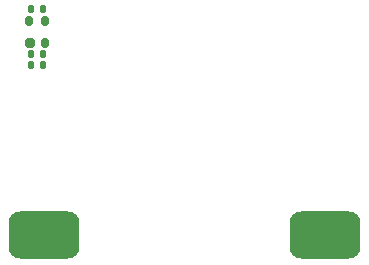
<source format=gbr>
%TF.GenerationSoftware,KiCad,Pcbnew,(5.99.0-12750-ge81b516a82)*%
%TF.CreationDate,2021-11-10T18:22:51+01:00*%
%TF.ProjectId,PrecisionCurrentSource,50726563-6973-4696-9f6e-43757272656e,A*%
%TF.SameCoordinates,Original*%
%TF.FileFunction,Paste,Bot*%
%TF.FilePolarity,Positive*%
%FSLAX46Y46*%
G04 Gerber Fmt 4.6, Leading zero omitted, Abs format (unit mm)*
G04 Created by KiCad (PCBNEW (5.99.0-12750-ge81b516a82)) date 2021-11-10 18:22:51*
%MOMM*%
%LPD*%
G01*
G04 APERTURE LIST*
G04 Aperture macros list*
%AMRoundRect*
0 Rectangle with rounded corners*
0 $1 Rounding radius*
0 $2 $3 $4 $5 $6 $7 $8 $9 X,Y pos of 4 corners*
0 Add a 4 corners polygon primitive as box body*
4,1,4,$2,$3,$4,$5,$6,$7,$8,$9,$2,$3,0*
0 Add four circle primitives for the rounded corners*
1,1,$1+$1,$2,$3*
1,1,$1+$1,$4,$5*
1,1,$1+$1,$6,$7*
1,1,$1+$1,$8,$9*
0 Add four rect primitives between the rounded corners*
20,1,$1+$1,$2,$3,$4,$5,0*
20,1,$1+$1,$4,$5,$6,$7,0*
20,1,$1+$1,$6,$7,$8,$9,0*
20,1,$1+$1,$8,$9,$2,$3,0*%
G04 Aperture macros list end*
%ADD10RoundRect,1.000000X2.000000X1.000000X-2.000000X1.000000X-2.000000X-1.000000X2.000000X-1.000000X0*%
%ADD11RoundRect,0.135000X0.135000X0.185000X-0.135000X0.185000X-0.135000X-0.185000X0.135000X-0.185000X0*%
%ADD12RoundRect,0.150000X0.150000X-0.250000X0.150000X0.250000X-0.150000X0.250000X-0.150000X-0.250000X0*%
%ADD13RoundRect,0.200000X0.200000X-0.200000X0.200000X0.200000X-0.200000X0.200000X-0.200000X-0.200000X0*%
%ADD14RoundRect,0.147500X0.147500X0.172500X-0.147500X0.172500X-0.147500X-0.172500X0.147500X-0.172500X0*%
%ADD15RoundRect,0.140000X-0.140000X-0.170000X0.140000X-0.170000X0.140000X0.170000X-0.140000X0.170000X0*%
G04 APERTURE END LIST*
D10*
%TO.C,BT1*%
X157900000Y-113000000D03*
X134100000Y-113000000D03*
%TD*%
D11*
%TO.C,R1*%
X134010000Y-97700000D03*
X132990000Y-97700000D03*
%TD*%
D12*
%TO.C,U1*%
X134150000Y-96750000D03*
D13*
X132900000Y-96750000D03*
D12*
X132850000Y-94850000D03*
X134150000Y-94850000D03*
%TD*%
D14*
%TO.C,D1*%
X133985000Y-98600000D03*
X133015000Y-98600000D03*
%TD*%
D15*
%TO.C,C2*%
X133020000Y-93900000D03*
X133980000Y-93900000D03*
%TD*%
M02*

</source>
